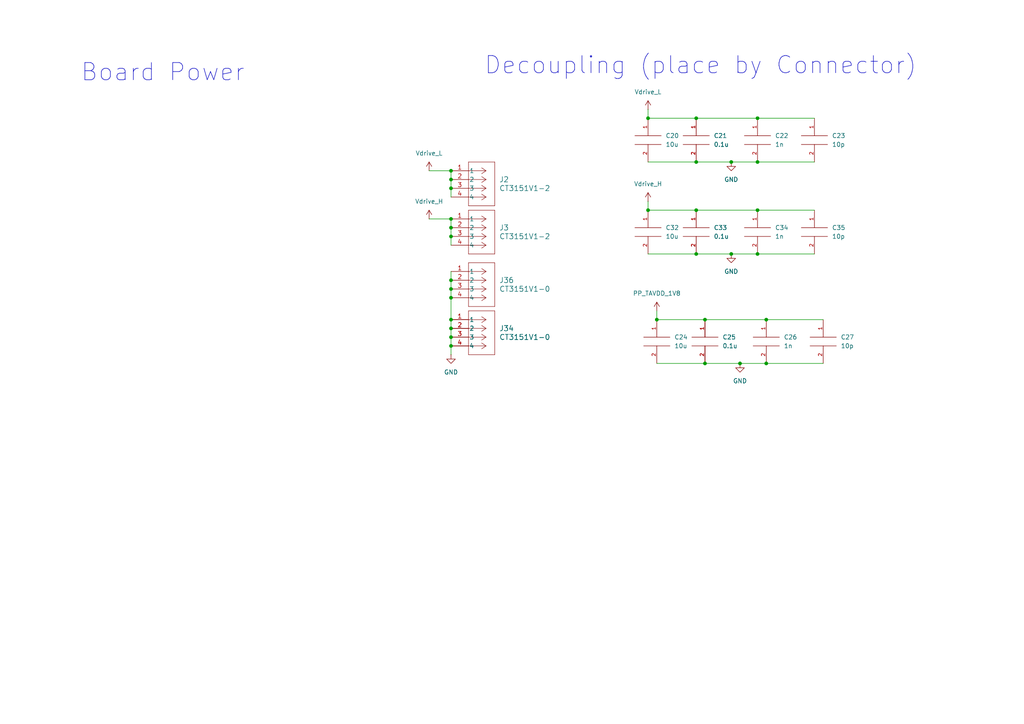
<source format=kicad_sch>
(kicad_sch (version 20231120) (generator "eeschema") (generator_version "8.0")
  (paper "A4")
  (lib_symbols
    (symbol "_PHASE:CT3151V1-0" (pin_names (offset 0.254))
      (property "Reference" "J" (at 8.89 6.35 0))
      (property "Value" "CT3151V1-0" (at 0 0 0))
      (symbol "CT3151V1-0_1_1"
        (polyline (pts (xy 5.08 -10.16) (xy 12.7 -10.16)) (stroke (width 0.127)))
        (polyline (pts (xy 5.08 2.54) (xy 5.08 -10.16)) (stroke (width 0.127)))
        (polyline (pts (xy 10.16 -7.62) (xy 5.08 -7.62)) (stroke (width 0.127)))
        (polyline (pts (xy 10.16 -7.62) (xy 8.89 -8.4667)) (stroke (width 0.127)))
        (polyline (pts (xy 10.16 -7.62) (xy 8.89 -6.7733)) (stroke (width 0.127)))
        (polyline (pts (xy 10.16 -5.08) (xy 5.08 -5.08)) (stroke (width 0.127)))
        (polyline (pts (xy 10.16 -5.08) (xy 8.89 -5.9267)) (stroke (width 0.127)))
        (polyline (pts (xy 10.16 -5.08) (xy 8.89 -4.2333)) (stroke (width 0.127)))
        (polyline (pts (xy 10.16 -2.54) (xy 5.08 -2.54)) (stroke (width 0.127)))
        (polyline (pts (xy 10.16 -2.54) (xy 8.89 -3.3867)) (stroke (width 0.127)))
        (polyline (pts (xy 10.16 -2.54) (xy 8.89 -1.6933)) (stroke (width 0.127)))
        (polyline (pts (xy 10.16 0) (xy 5.08 0)) (stroke (width 0.127)))
        (polyline (pts (xy 10.16 0) (xy 8.89 -0.8467)) (stroke (width 0.127)))
        (polyline (pts (xy 10.16 0) (xy 8.89 0.8467)) (stroke (width 0.127)))
        (polyline (pts (xy 12.7 -10.16) (xy 12.7 2.54)) (stroke (width 0.127)))
        (polyline (pts (xy 12.7 2.54) (xy 5.08 2.54)) (stroke (width 0.127)))
        (pin unspecified line (at 0 0 0) (length 5.08) (name "1") (number "1"))
        (pin unspecified line (at 0 -2.54 0) (length 5.08) (name "2") (number "2"))
        (pin unspecified line (at 0 -5.08 0) (length 5.08) (name "3") (number "3"))
        (pin unspecified line (at 0 -7.62 0) (length 5.08) (name "4") (number "4"))
      )
      (symbol "CT3151V1-0_1_2"
        (polyline (pts (xy 5.08 -10.16) (xy 12.7 -10.16)) (stroke (width 0.127)))
        (polyline (pts (xy 5.08 2.54) (xy 5.08 -10.16)) (stroke (width 0.127)))
        (polyline (pts (xy 7.62 -7.62) (xy 5.08 -7.62)) (stroke (width 0.127)))
        (polyline (pts (xy 7.62 -7.62) (xy 8.89 -8.4667)) (stroke (width 0.127)))
        (polyline (pts (xy 7.62 -7.62) (xy 8.89 -6.7733)) (stroke (width 0.127)))
        (polyline (pts (xy 7.62 -5.08) (xy 5.08 -5.08)) (stroke (width 0.127)))
        (polyline (pts (xy 7.62 -5.08) (xy 8.89 -5.9267)) (stroke (width 0.127)))
        (polyline (pts (xy 7.62 -5.08) (xy 8.89 -4.2333)) (stroke (width 0.127)))
        (polyline (pts (xy 7.62 -2.54) (xy 5.08 -2.54)) (stroke (width 0.127)))
        (polyline (pts (xy 7.62 -2.54) (xy 8.89 -3.3867)) (stroke (width 0.127)))
        (polyline (pts (xy 7.62 -2.54) (xy 8.89 -1.6933)) (stroke (width 0.127)))
        (polyline (pts (xy 7.62 0) (xy 5.08 0)) (stroke (width 0.127)))
        (polyline (pts (xy 7.62 0) (xy 8.89 -0.8467)) (stroke (width 0.127)))
        (polyline (pts (xy 7.62 0) (xy 8.89 0.8467)) (stroke (width 0.127)))
        (polyline (pts (xy 12.7 -10.16) (xy 12.7 2.54)) (stroke (width 0.127)))
        (polyline (pts (xy 12.7 2.54) (xy 5.08 2.54)) (stroke (width 0.127)))
        (pin unspecified line (at 0 0 0) (length 5.08) (name "1") (number "1"))
        (pin unspecified line (at 0 -2.54 0) (length 5.08) (name "2") (number "2"))
        (pin unspecified line (at 0 -5.08 0) (length 5.08) (name "3") (number "3"))
        (pin unspecified line (at 0 -7.62 0) (length 5.08) (name "4") (number "4"))
      )
    )
    (symbol "power:+1V8" (power) (pin_numbers hide) (pin_names (offset 0) hide)
      (property "Value" "+1V8" (at 0 3.556 0))
      (symbol "+1V8_0_1"
        (polyline (pts (xy -0.762 1.27) (xy 0 2.54)))
        (polyline (pts (xy 0 0) (xy 0 2.54)))
        (polyline (pts (xy 0 2.54) (xy 0.762 1.27)))
      )
      (symbol "+1V8_1_1"
        (pin power_in line (at 0 0 90) (length 0) (name "~") (number "1"))
      )
    )
    (symbol "power:GND" (power) (pin_numbers hide) (pin_names (offset 0) hide)
      (property "Value" "GND" (at 0 -3.81 0))
      (symbol "GND_0_1"
        (polyline (pts (xy 0 0) (xy 0 -1.27) (xy 1.27 -1.27) (xy 0 -2.54) (xy -1.27 -1.27) (xy 0 -1.27)))
      )
      (symbol "GND_1_1"
        (pin power_in line (at 0 0 270) (length 0) (name "~") (number "1"))
      )
    )
    (symbol "power:Vdrive" (power) (pin_numbers hide) (pin_names (offset 0) hide)
      (property "Value" "Vdrive" (at 0 3.556 0))
      (symbol "Vdrive_0_1"
        (polyline (pts (xy -0.762 1.27) (xy 0 2.54)))
        (polyline (pts (xy 0 0) (xy 0 2.54)))
        (polyline (pts (xy 0 2.54) (xy 0.762 1.27)))
      )
      (symbol "Vdrive_1_1"
        (pin power_in line (at 0 0 90) (length 0) (name "~") (number "1"))
      )
    )
    (symbol "pspice:C" (pin_names (offset 0.254))
      (property "Reference" "C" (at 2.54 3.81 90))
      (property "Value" "C" (at 2.54 -3.81 90))
      (symbol "C_0_1"
        (polyline (pts (xy -3.81 -1.27) (xy 3.81 -1.27)))
        (polyline (pts (xy -3.81 1.27) (xy 3.81 1.27)))
      )
      (symbol "C_1_1"
        (pin passive line (at 0 6.35 270) (length 5.08) (name "~") (number "1"))
        (pin passive line (at 0 -6.35 90) (length 5.08) (name "~") (number "2"))
      )
    )
  )
  (junction (at 130.81 68.58))
  (junction (at 130.81 66.04))
  (junction (at 219.71 46.99))
  (junction (at 130.81 92.71))
  (junction (at 130.81 49.53))
  (junction (at 204.47 92.71))
  (junction (at 201.93 60.96))
  (junction (at 130.81 97.79))
  (junction (at 201.93 73.66))
  (junction (at 201.93 46.99))
  (junction (at 187.96 34.29))
  (junction (at 130.81 63.5))
  (junction (at 222.25 92.71))
  (junction (at 130.81 100.33))
  (junction (at 130.81 83.82))
  (junction (at 130.81 52.07))
  (junction (at 214.63 105.41))
  (junction (at 219.71 34.29))
  (junction (at 187.96 60.96))
  (junction (at 130.81 81.28))
  (junction (at 222.25 105.41))
  (junction (at 219.71 60.96))
  (junction (at 212.09 46.99))
  (junction (at 130.81 95.25))
  (junction (at 219.71 73.66))
  (junction (at 190.5 92.71))
  (junction (at 201.93 34.29))
  (junction (at 212.09 73.66))
  (junction (at 130.81 54.61))
  (junction (at 204.47 105.41))
  (junction (at 130.81 86.36))
  (wire (pts (xy 201.93 34.29) (xy 219.71 34.29)))
  (wire (pts (xy 201.93 46.99) (xy 212.09 46.99)))
  (wire (pts (xy 124.46 49.53) (xy 130.81 49.53)))
  (wire (pts (xy 130.81 92.71) (xy 130.81 95.25)))
  (wire (pts (xy 204.47 105.41) (xy 214.63 105.41)))
  (wire (pts (xy 130.81 49.53) (xy 130.81 52.07)))
  (wire (pts (xy 214.63 105.41) (xy 222.25 105.41)))
  (wire (pts (xy 187.96 31.75) (xy 187.96 34.29)))
  (wire (pts (xy 190.5 90.17) (xy 190.5 92.71)))
  (wire (pts (xy 219.71 46.99) (xy 236.22 46.99)))
  (wire (pts (xy 130.81 52.07) (xy 130.81 54.61)))
  (wire (pts (xy 187.96 60.96) (xy 201.93 60.96)))
  (wire (pts (xy 190.5 92.71) (xy 204.47 92.71)))
  (wire (pts (xy 222.25 92.71) (xy 238.76 92.71)))
  (wire (pts (xy 219.71 34.29) (xy 236.22 34.29)))
  (wire (pts (xy 187.96 34.29) (xy 201.93 34.29)))
  (wire (pts (xy 130.81 97.79) (xy 130.81 100.33)))
  (wire (pts (xy 130.81 100.33) (xy 130.81 102.87)))
  (wire (pts (xy 204.47 92.71) (xy 222.25 92.71)))
  (wire (pts (xy 130.81 81.28) (xy 130.81 83.82)))
  (wire (pts (xy 212.09 46.99) (xy 219.71 46.99)))
  (wire (pts (xy 190.5 105.41) (xy 204.47 105.41)))
  (wire (pts (xy 124.46 63.5) (xy 130.81 63.5)))
  (wire (pts (xy 219.71 60.96) (xy 236.22 60.96)))
  (wire (pts (xy 130.81 78.74) (xy 130.81 81.28)))
  (wire (pts (xy 130.81 68.58) (xy 130.81 71.12)))
  (wire (pts (xy 219.71 73.66) (xy 236.22 73.66)))
  (wire (pts (xy 130.81 86.36) (xy 130.81 92.71)))
  (wire (pts (xy 130.81 95.25) (xy 130.81 97.79)))
  (wire (pts (xy 187.96 58.42) (xy 187.96 60.96)))
  (wire (pts (xy 130.81 83.82) (xy 130.81 86.36)))
  (wire (pts (xy 187.96 46.99) (xy 201.93 46.99)))
  (wire (pts (xy 130.81 63.5) (xy 130.81 66.04)))
  (wire (pts (xy 187.96 73.66) (xy 201.93 73.66)))
  (wire (pts (xy 212.09 73.66) (xy 219.71 73.66)))
  (wire (pts (xy 130.81 54.61) (xy 130.81 57.15)))
  (wire (pts (xy 130.81 66.04) (xy 130.81 68.58)))
  (wire (pts (xy 222.25 105.41) (xy 238.76 105.41)))
  (wire (pts (xy 201.93 60.96) (xy 219.71 60.96)))
  (wire (pts (xy 201.93 73.66) (xy 212.09 73.66)))
  (text "Decoupling (place by Connector)" (at 203.2 19.05 0) (effects (font (size 5 5))))
  (text "Board Power" (at 47.244 21.082 0) (effects (font (size 5 5))))
  (symbol (lib_id "pspice:C") (at 219.71 40.64 0) (unit 1)
    (property "Reference" "C22" (at 224.79 39.3699 0) (effects (justify left)))
    (property "Value" "1n" (at 224.79 41.9099 0) (effects (justify left)))
    (property "Footprint" "Capacitor_SMD:C_0402_1005Metric" (effects (hide yes)))
  )
  (symbol (lib_id "_PHASE:CT3151V1-0") (at 130.81 92.71 0) (unit 1)
    (property "Reference" "J34" (at 144.78 95.2499 0) (effects (font (size 1.524 1.524)) (justify left)))
    (property "Value" "CT3151V1-0" (at 144.78 97.7899 0) (effects (font (size 1.524 1.524)) (justify left)))
    (property "Footprint" "726_footprints:banana_plug_CT3151V1-0" (effects (hide yes)))
    (property "Datasheet" "CT3151V1-0" (effects (hide yes)))
  )
  (symbol (lib_id "power:Vdrive") (at 124.46 63.5 0) (unit 1)
    (property "Reference" "#PWR01" (effects (hide yes)))
    (property "Value" "Vdrive_H" (at 124.46 58.42 0))
    (property "Description" "Power symbol creates a global label with name \"Vdrive\"" (effects (hide yes)))
  )
  (symbol (lib_id "pspice:C") (at 236.22 40.64 0) (unit 1)
    (property "Reference" "C23" (at 241.3 39.3699 0) (effects (justify left)))
    (property "Value" "10p" (at 241.3 41.9099 0) (effects (justify left)))
    (property "Footprint" "Capacitor_SMD:C_0402_1005Metric" (effects (hide yes)))
  )
  (symbol (lib_id "pspice:C") (at 219.71 67.31 0) (unit 1)
    (property "Reference" "C34" (at 224.79 66.0399 0) (effects (justify left)))
    (property "Value" "1n" (at 224.79 68.5799 0) (effects (justify left)))
    (property "Footprint" "Capacitor_SMD:C_0402_1005Metric" (effects (hide yes)))
  )
  (symbol (lib_id "pspice:C") (at 201.93 40.64 0) (unit 1)
    (property "Reference" "C21" (at 207.01 39.3699 0) (effects (justify left)))
    (property "Value" "0.1u" (at 207.01 41.9099 0) (effects (justify left)))
    (property "Footprint" "Capacitor_SMD:C_0402_1005Metric" (effects (hide yes)))
  )
  (symbol (lib_id "pspice:C") (at 187.96 40.64 0) (unit 1)
    (property "Reference" "C20" (at 193.04 39.3699 0) (effects (justify left)))
    (property "Value" "10u" (at 193.04 41.9099 0) (effects (justify left)))
    (property "Footprint" "Capacitor_SMD:C_0402_1005Metric" (effects (hide yes)))
  )
  (symbol (lib_id "power:GND") (at 212.09 46.99 0) (unit 1)
    (property "Reference" "#PWR051" (effects (hide yes)))
    (property "Value" "GND" (at 212.09 52.07 0))
    (property "Description" "Power symbol creates a global label with name \"GND\" , ground" (effects (hide yes)))
  )
  (symbol (lib_id "pspice:C") (at 204.47 99.06 0) (unit 1)
    (property "Reference" "C25" (at 209.55 97.7899 0) (effects (justify left)))
    (property "Value" "0.1u" (at 209.55 100.3299 0) (effects (justify left)))
    (property "Footprint" "Capacitor_SMD:C_0402_1005Metric" (effects (hide yes)))
  )
  (symbol (lib_id "_PHASE:CT3151V1-0") (at 130.81 49.53 0) (unit 1)
    (property "Reference" "J2" (at 144.78 52.0699 0) (effects (font (size 1.524 1.524)) (justify left)))
    (property "Value" "CT3151V1-2" (at 144.78 54.6099 0) (effects (font (size 1.524 1.524)) (justify left)))
    (property "Footprint" "726_footprints:banana_plug_CT3151V1-0" (effects (hide yes)))
    (property "Datasheet" "CT3151V1-2" (effects (hide yes)))
  )
  (symbol (lib_id "power:GND") (at 130.81 102.87 0) (unit 1)
    (property "Reference" "#PWR056" (effects (hide yes)))
    (property "Value" "GND" (at 130.81 107.95 0))
    (property "Description" "Power symbol creates a global label with name \"GND\" , ground" (effects (hide yes)))
  )
  (symbol (lib_id "power:GND") (at 214.63 105.41 0) (unit 1)
    (property "Reference" "#PWR052" (effects (hide yes)))
    (property "Value" "GND" (at 214.63 110.49 0))
    (property "Description" "Power symbol creates a global label with name \"GND\" , ground" (effects (hide yes)))
  )
  (symbol (lib_id "power:Vdrive") (at 187.96 58.42 0) (unit 1)
    (property "Reference" "#PWR041" (effects (hide yes)))
    (property "Value" "Vdrive_H" (at 187.96 53.34 0))
    (property "Description" "Power symbol creates a global label with name \"Vdrive\"" (effects (hide yes)))
  )
  (symbol (lib_id "pspice:C") (at 236.22 67.31 0) (unit 1)
    (property "Reference" "C35" (at 241.3 66.0399 0) (effects (justify left)))
    (property "Value" "10p" (at 241.3 68.5799 0) (effects (justify left)))
    (property "Footprint" "Capacitor_SMD:C_0402_1005Metric" (effects (hide yes)))
  )
  (symbol (lib_id "_PHASE:CT3151V1-0") (at 130.81 63.5 0) (unit 1)
    (property "Reference" "J3" (at 144.78 66.0399 0) (effects (font (size 1.524 1.524)) (justify left)))
    (property "Value" "CT3151V1-2" (at 144.78 68.5799 0) (effects (font (size 1.524 1.524)) (justify left)))
    (property "Footprint" "726_footprints:banana_plug_CT3151V1-0" (effects (hide yes)))
    (property "Datasheet" "CT3151V1-2" (effects (hide yes)))
  )
  (symbol (lib_id "pspice:C") (at 187.96 67.31 0) (unit 1)
    (property "Reference" "C32" (at 193.04 66.0399 0) (effects (justify left)))
    (property "Value" "10u" (at 193.04 68.5799 0) (effects (justify left)))
    (property "Footprint" "Capacitor_SMD:C_0402_1005Metric" (effects (hide yes)))
  )
  (symbol (lib_id "pspice:C") (at 238.76 99.06 0) (unit 1)
    (property "Reference" "C27" (at 243.84 97.7899 0) (effects (justify left)))
    (property "Value" "10p" (at 243.84 100.3299 0) (effects (justify left)))
    (property "Footprint" "Capacitor_SMD:C_0402_1005Metric" (effects (hide yes)))
  )
  (symbol (lib_id "pspice:C") (at 201.93 67.31 0) (unit 1)
    (property "Reference" "C33" (at 207.01 66.0399 0) (effects (justify left)))
    (property "Value" "0.1u" (at 207.01 68.5799 0) (effects (justify left)))
    (property "Footprint" "Capacitor_SMD:C_0402_1005Metric" (effects (hide yes)))
  )
  (symbol (lib_id "power:Vdrive") (at 187.96 31.75 0) (unit 1)
    (property "Reference" "#PWR02" (effects (hide yes)))
    (property "Value" "Vdrive_L" (at 187.96 26.67 0))
    (property "Description" "Power symbol creates a global label with name \"Vdrive\"" (effects (hide yes)))
  )
  (symbol (lib_id "_PHASE:CT3151V1-0") (at 130.81 78.74 0) (unit 1)
    (property "Reference" "J36" (at 144.78 81.2799 0) (effects (font (size 1.524 1.524)) (justify left)))
    (property "Value" "CT3151V1-0" (at 144.78 83.8199 0) (effects (font (size 1.524 1.524)) (justify left)))
    (property "Footprint" "726_footprints:banana_plug_CT3151V1-0" (effects (hide yes)))
    (property "Datasheet" "CT3151V1-0" (effects (hide yes)))
  )
  (symbol (lib_id "power:Vdrive") (at 124.46 49.53 0) (unit 1)
    (property "Reference" "#PWR03" (effects (hide yes)))
    (property "Value" "Vdrive_L" (at 124.46 44.45 0))
    (property "Description" "Power symbol creates a global label with name \"Vdrive\"" (effects (hide yes)))
  )
  (symbol (lib_id "pspice:C") (at 190.5 99.06 0) (unit 1)
    (property "Reference" "C24" (at 195.58 97.7899 0) (effects (justify left)))
    (property "Value" "10u" (at 195.58 100.3299 0) (effects (justify left)))
    (property "Footprint" "Capacitor_SMD:C_0402_1005Metric" (effects (hide yes)))
  )
  (symbol (lib_id "power:GND") (at 212.09 73.66 0) (unit 1)
    (property "Reference" "#PWR059" (effects (hide yes)))
    (property "Value" "GND" (at 212.09 78.74 0))
    (property "Description" "Power symbol creates a global label with name \"GND\" , ground" (effects (hide yes)))
  )
  (symbol (lib_id "power:+1V8") (at 190.5 90.17 0) (unit 1)
    (property "Reference" "#PWR050" (effects (hide yes)))
    (property "Value" "PP_TAVDD_1V8" (at 190.5 85.09 0))
    (property "Description" "Power symbol creates a global label with name \"+1V8\"" (effects (hide yes)))
  )
  (symbol (lib_id "pspice:C") (at 222.25 99.06 0) (unit 1)
    (property "Reference" "C26" (at 227.33 97.7899 0) (effects (justify left)))
    (property "Value" "1n" (at 227.33 100.3299 0) (effects (justify left)))
    (property "Footprint" "Capacitor_SMD:C_0402_1005Metric" (effects (hide yes)))
  )
)
</source>
